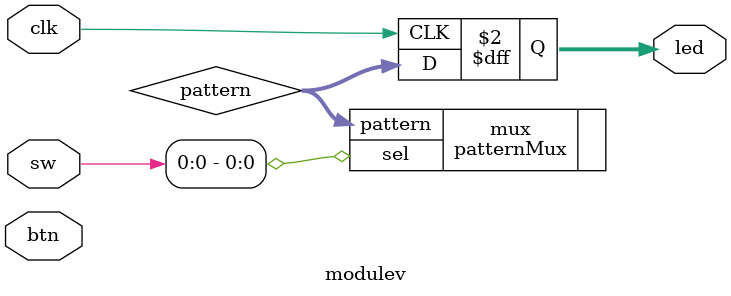
<source format=v>
module modulev(
     input clk,
     input [3:0] sw,
     input [3:0] btn,
     output reg [3:0] led
);
    wire [3:0] pattern;

    patternMux mux (
        .sel(sw[0]),
        .pattern(pattern)
    );

    always @ (posedge clk) begin
        led <= pattern;
    end
endmodule
</source>
